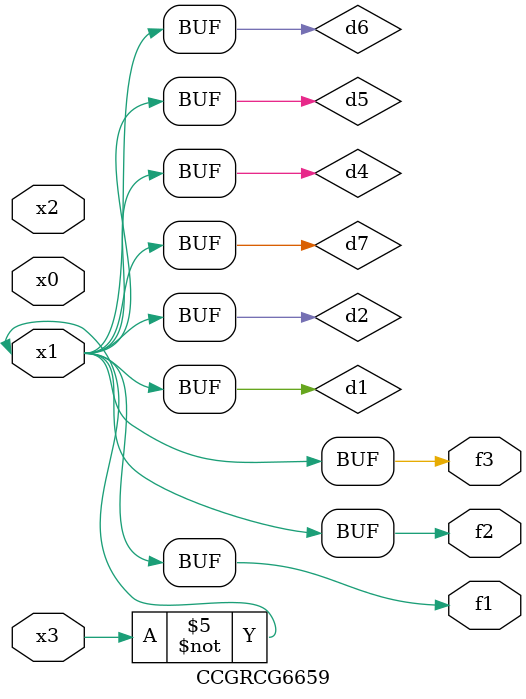
<source format=v>
module CCGRCG6659(
	input x0, x1, x2, x3,
	output f1, f2, f3
);

	wire d1, d2, d3, d4, d5, d6, d7;

	not (d1, x3);
	buf (d2, x1);
	xnor (d3, d1, d2);
	nor (d4, d1);
	buf (d5, d1, d2);
	buf (d6, d4, d5);
	nand (d7, d4);
	assign f1 = d6;
	assign f2 = d7;
	assign f3 = d6;
endmodule

</source>
